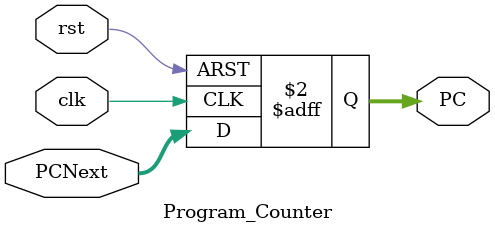
<source format=v>
`timescale 1ns / 1ps

module Program_Counter(
	input clk,rst,
	input [31:0] PCNext,
	output reg [31:0] PC 
		);
	always@(posedge clk, posedge rst )
		begin        
		  if (rst)
			PC <=32'b0;
		else 
		   PC <= PCNext;
		end
	endmodule

</source>
